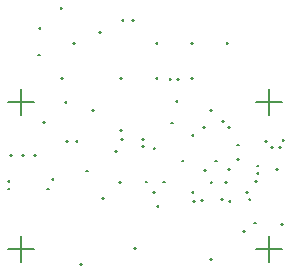
<source format=gbr>
%TF.GenerationSoftware,Altium Limited,Altium Designer,20.1.12 (249)*%
G04 Layer_Color=128*
%FSLAX45Y45*%
%MOMM*%
%TF.SameCoordinates,27206DED-D720-4121-B7EB-46A740E941A3*%
%TF.FilePolarity,Positive*%
%TF.FileFunction,Drillmap*%
%TF.Part,Single*%
G01*
G75*
%TA.AperFunction,NonConductor*%
%ADD86C,0.12700*%
D86*
X90000Y1450000D02*
X310000D01*
X200000Y1340000D02*
Y1560000D01*
X2190000Y1450000D02*
X2410000D01*
X2300000Y1340000D02*
Y1560000D01*
X2190000Y200000D02*
X2410000D01*
X2300000Y90000D02*
Y310000D01*
X90000Y200000D02*
X310000D01*
X200000Y90000D02*
Y310000D01*
X1407501Y775000D02*
X1422500D01*
X1415000Y767500D02*
Y782500D01*
X1320000Y687500D02*
X1335000D01*
X1327500Y680000D02*
Y695000D01*
X1802500Y116152D02*
X1817500D01*
X1810000Y108652D02*
Y123652D01*
X2320000Y1065000D02*
X2335000D01*
X2327500Y1057500D02*
Y1072500D01*
X2385000Y1065000D02*
X2400000D01*
X2392500Y1057500D02*
Y1072500D01*
X1525000Y1642500D02*
X1540000D01*
X1532500Y1635000D02*
Y1650000D01*
X1460000Y1642500D02*
X1475000D01*
X1467500Y1635000D02*
Y1650000D01*
X1512500Y1455000D02*
X1527500D01*
X1520000Y1447500D02*
Y1462500D01*
X2197500Y910000D02*
X2212500D01*
X2205000Y902500D02*
Y917500D01*
X2197500Y845000D02*
X2212500D01*
X2205000Y837500D02*
Y852500D01*
X1805000Y1380000D02*
X1820000D01*
X1812500Y1372500D02*
Y1387500D01*
X1907500Y1284967D02*
X1922500D01*
X1915000Y1277468D02*
Y1292467D01*
X2269135Y1114135D02*
X2284135D01*
X2276635Y1106635D02*
Y1121635D01*
X210000Y1002500D02*
X225000D01*
X217500Y995000D02*
Y1010000D01*
X107500Y1002500D02*
X122500D01*
X115000Y995000D02*
Y1010000D01*
X312500Y1002500D02*
X327500D01*
X320000Y995000D02*
Y1010000D01*
X1895001Y626250D02*
X1910000D01*
X1902500Y618750D02*
Y633750D01*
X2107500Y687500D02*
X2122500D01*
X2115000Y680000D02*
Y695000D01*
X2181735Y781941D02*
X2196735D01*
X2189235Y774441D02*
Y789440D01*
X997500Y1030000D02*
X1012500D01*
X1005000Y1022500D02*
Y1037500D01*
X542500Y1647500D02*
X557500D01*
X550000Y1640000D02*
Y1655000D01*
X1052500Y1135000D02*
X1067500D01*
X1060000Y1127500D02*
Y1142500D01*
X1225000Y1072500D02*
X1240000D01*
X1232500Y1065000D02*
Y1080000D01*
X2417500Y1127500D02*
X2432500D01*
X2425000Y1120000D02*
Y1135000D01*
X90000Y782500D02*
X105000D01*
X97500Y775000D02*
Y790000D01*
X892500Y637500D02*
X907500D01*
X900000Y630000D02*
Y645000D01*
X1725000Y620000D02*
X1740000D01*
X1732500Y612500D02*
Y627500D01*
X1657501Y612500D02*
X1672500D01*
X1665000Y605000D02*
Y620000D01*
X1960504Y606997D02*
X1975503D01*
X1968003Y599497D02*
Y614497D01*
X862500Y2042500D02*
X877500D01*
X870000Y2035000D02*
Y2049999D01*
X1476088Y1273587D02*
X1491087D01*
X1483588Y1266087D02*
Y1281087D01*
X1642500Y1650000D02*
X1657500D01*
X1650000Y1642500D02*
Y1657500D01*
X2177500Y427501D02*
X2192500D01*
X2185000Y420001D02*
Y435000D01*
X1562501Y952500D02*
X1577500D01*
X1570000Y945000D02*
Y960000D01*
X1325000Y1055000D02*
X1340000D01*
X1332500Y1047500D02*
Y1062500D01*
X1257500Y775000D02*
X1272500D01*
X1265000Y767500D02*
Y782500D01*
X1955000Y877500D02*
X1970000D01*
X1962500Y870000D02*
Y885000D01*
X1752500Y875000D02*
X1767500D01*
X1760000Y867500D02*
Y882500D01*
X1342500Y1650000D02*
X1357500D01*
X1350000Y1642500D02*
Y1657500D01*
X537500Y2242500D02*
X552500D01*
X545000Y2235000D02*
Y2250000D01*
X2081000Y354000D02*
X2096000D01*
X2088500Y346500D02*
Y361500D01*
X1351000Y569000D02*
X1366000D01*
X1358500Y561500D02*
Y576500D01*
X2360001Y877500D02*
X2375000D01*
X2367500Y870001D02*
Y885000D01*
X1844717Y952122D02*
X1859717D01*
X1852217Y944622D02*
Y959622D01*
X2029577Y967903D02*
X2044577D01*
X2037077Y960403D02*
Y975403D01*
X2030328Y1088136D02*
X2045328D01*
X2037828Y1080636D02*
Y1095636D01*
X1956653Y1237467D02*
X1971652D01*
X1964153Y1229968D02*
Y1244967D01*
X1745000Y1232499D02*
X1760000D01*
X1752500Y1225000D02*
Y1239999D01*
X2130162Y622663D02*
X2145162D01*
X2137662Y615163D02*
Y630163D01*
X1933000Y767500D02*
X1948000D01*
X1940500Y760000D02*
Y775000D01*
X2407500Y412500D02*
X2422500D01*
X2415000Y405000D02*
Y420000D01*
X1647501Y1167500D02*
X1662500D01*
X1655000Y1160000D02*
Y1175000D01*
X1647500Y687500D02*
X1662500D01*
X1655000Y680000D02*
Y695000D01*
X352500Y2072500D02*
X367500D01*
X360000Y2065000D02*
Y2080000D01*
X350000Y1850000D02*
X365000D01*
X357500Y1842501D02*
Y1857500D01*
X805000Y1382500D02*
X820000D01*
X812500Y1375000D02*
Y1390000D01*
X1807000Y767500D02*
X1822000D01*
X1814500Y760000D02*
Y775000D01*
X1145000Y2140000D02*
X1160000D01*
X1152500Y2132500D02*
Y2147500D01*
X1342500Y1950000D02*
X1357500D01*
X1350000Y1942500D02*
Y1957500D01*
X1642500Y1950000D02*
X1657500D01*
X1650000Y1942500D02*
Y1957500D01*
X1942500Y1950000D02*
X1957500D01*
X1950000Y1942500D02*
Y1957500D01*
X1042500Y1650000D02*
X1057500D01*
X1050000Y1642500D02*
Y1657500D01*
X462500Y797500D02*
X477500D01*
X470000Y790000D02*
Y805000D01*
X425000Y715000D02*
X440000D01*
X432500Y707500D02*
Y722500D01*
X1162500Y212500D02*
X1177500D01*
X1170000Y205000D02*
Y220000D01*
X1042500Y1212500D02*
X1057500D01*
X1050000Y1205000D02*
Y1220000D01*
X1225000Y1135000D02*
X1240000D01*
X1232500Y1127500D02*
Y1142500D01*
X1055000Y2140000D02*
X1070000D01*
X1062500Y2132500D02*
Y2147500D01*
X572500Y1447500D02*
X587500D01*
X580000Y1440000D02*
Y1455000D01*
X585000Y1115000D02*
X600000D01*
X592500Y1107500D02*
Y1122500D01*
X387500Y1277500D02*
X402500D01*
X395000Y1270000D02*
Y1285000D01*
X665001Y1114999D02*
X680001D01*
X672501Y1107499D02*
Y1122499D01*
X755000Y867500D02*
X770000D01*
X762500Y860000D02*
Y875000D01*
X1030000Y770000D02*
X1045000D01*
X1037500Y762500D02*
Y777500D01*
X90000Y715000D02*
X105000D01*
X97500Y707500D02*
Y722500D01*
X705000Y77500D02*
X720000D01*
X712500Y70000D02*
Y85000D01*
X642500Y1950000D02*
X657500D01*
X650000Y1942500D02*
Y1957500D01*
%TF.MD5,f77f6f3a712cb7c53889bcb68570cb6a*%
M02*

</source>
